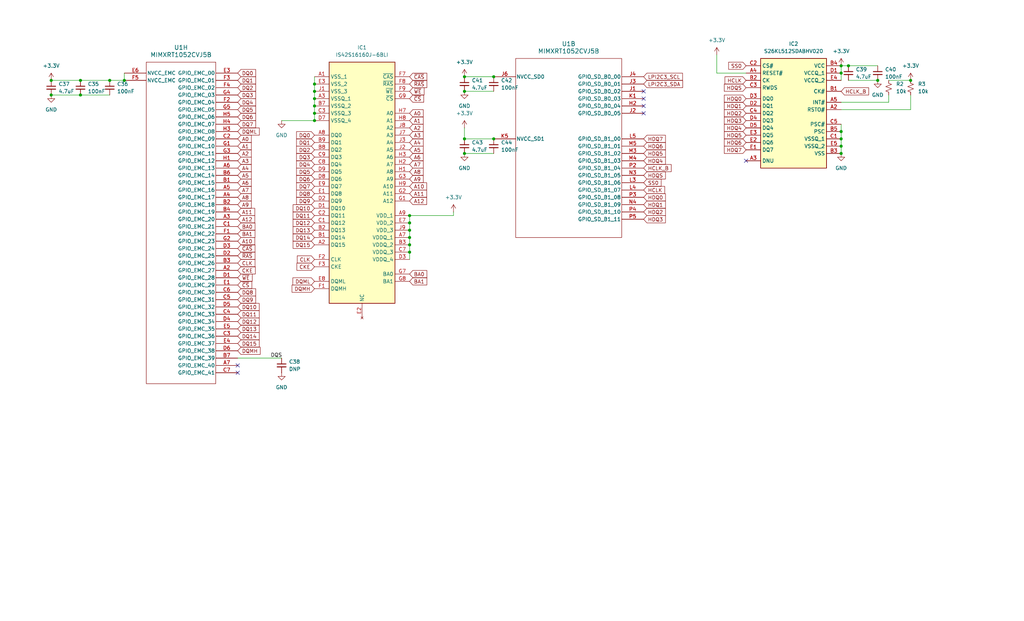
<source format=kicad_sch>
(kicad_sch (version 20250114) (generator "eeschema") (generator_version "9.0")
  (paper "USLegal")
  (title_block (title "Payload Board for Pleiades Atlas") (rev "v0.2") (company "Northeastern University") (comment 1 "Designed by Madhav Kapa"))
  (lib_symbols
    (symbol "Device:C_Small" (pin_numbers (hide yes)) (pin_names (offset 0.254) (hide yes))
      (property "Reference" "C" (at 0.254 1.778 0))
      (property "Value" "C_Small" (at 0.254 -2.032 0))
      (symbol "C_Small_0_1"
        (polyline (pts (xy -1.524 0.508) (xy 1.524 0.508)) (stroke (width 0.3048)))
        (polyline (pts (xy -1.524 -0.508) (xy 1.524 -0.508)) (stroke (width 0.3302)))
      )
      (symbol "C_Small_1_1"
        (pin passive line (at 0 2.54 270) (length 2.032) (name "~") (number "1"))
        (pin passive line (at 0 -2.54 90) (length 2.032) (name "~") (number "2"))
      )
    )
    (symbol "Device:R_Small_US" (pin_numbers (hide yes)) (pin_names (offset 0.254) (hide yes))
      (property "Reference" "R" (at 0.762 0.508 0))
      (property "Value" "R_Small_US" (at 0.762 -1.016 0))
      (symbol "R_Small_US_1_1"
        (polyline (pts (xy 0 1.524) (xy 1.016 1.143) (xy 0 0.762) (xy -1.016 0.381) (xy 0 0)))
        (polyline (pts (xy 0 0) (xy 1.016 -0.381) (xy 0 -0.762) (xy -1.016 -1.143) (xy 0 -1.524)))
        (pin passive line (at 0 2.54 270) (length 1.016) (name "~") (number "1"))
        (pin passive line (at 0 -2.54 90) (length 1.016) (name "~") (number "2"))
      )
    )
    (symbol "IS42S16160J-6BLI:IS42S16160J-6BLI"
      (property "Reference" "IC" (at 29.21 7.62 0))
      (property "Value" "IS42S16160J-6BLI" (at 29.21 5.08 0))
      (symbol "IS42S16160J-6BLI_1_1"
        (rectangle (start 5.08 2.54) (end 27.94 -81.28) (stroke (width 0.254)) (fill (type background)))
        (pin passive line (at 0 -2.54 0) (length 5.08) (name "VSS_1") (number "A1"))
        (pin passive line (at 0 -5.08 0) (length 5.08) (name "VSS_2") (number "E3"))
        (pin passive line (at 0 -7.62 0) (length 5.08) (name "VSS_3") (number "J1"))
        (pin passive line (at 0 -10.16 0) (length 5.08) (name "VSSQ_1") (number "A3"))
        (pin passive line (at 0 -12.7 0) (length 5.08) (name "VSSQ_2") (number "B7"))
        (pin passive line (at 0 -15.24 0) (length 5.08) (name "VSSQ_3") (number "C3"))
        (pin passive line (at 0 -17.78 0) (length 5.08) (name "VSSQ_4") (number "D7"))
        (pin passive line (at 0 -22.86 0) (length 5.08) (name "DQ0") (number "A8"))
        (pin passive line (at 0 -25.4 0) (length 5.08) (name "DQ1") (number "B9"))
        (pin passive line (at 0 -27.94 0) (length 5.08) (name "DQ2") (number "B8"))
        (pin passive line (at 0 -30.48 0) (length 5.08) (name "DQ3") (number "C9"))
        (pin passive line (at 0 -33.02 0) (length 5.08) (name "DQ4") (number "C8"))
        (pin passive line (at 0 -35.56 0) (length 5.08) (name "DQ5") (number "D9"))
        (pin passive line (at 0 -38.1 0) (length 5.08) (name "DQ6") (number "D8"))
        (pin passive line (at 0 -40.64 0) (length 5.08) (name "DQ7") (number "E9"))
        (pin passive line (at 0 -43.18 0) (length 5.08) (name "DQ8") (number "E1"))
        (pin passive line (at 0 -45.72 0) (length 5.08) (name "DQ9") (number "D2"))
        (pin passive line (at 0 -48.26 0) (length 5.08) (name "DQ10") (number "D1"))
        (pin passive line (at 0 -50.8 0) (length 5.08) (name "DQ11") (number "C2"))
        (pin passive line (at 0 -53.34 0) (length 5.08) (name "DQ12") (number "C1"))
        (pin passive line (at 0 -55.88 0) (length 5.08) (name "DQ13") (number "B2"))
        (pin passive line (at 0 -58.42 0) (length 5.08) (name "DQ14") (number "B1"))
        (pin passive line (at 0 -60.96 0) (length 5.08) (name "DQ15") (number "A2"))
        (pin passive line (at 0 -66.04 0) (length 5.08) (name "CLK") (number "F2"))
        (pin passive line (at 0 -68.58 0) (length 5.08) (name "CKE") (number "F3"))
        (pin passive line (at 0 -73.66 0) (length 5.08) (name "DQML") (number "E8"))
        (pin passive line (at 0 -76.2 0) (length 5.08) (name "DQMH") (number "F1"))
        (pin no_connect line (at 16.51 -86.36 90) (length 5.08) (name "NC") (number "E2"))
        (pin passive line (at 33.02 -2.54 180) (length 5.08) (name "~{CAS}") (number "F7"))
        (pin passive line (at 33.02 -5.08 180) (length 5.08) (name "~{RAS}") (number "F8"))
        (pin passive line (at 33.02 -7.62 180) (length 5.08) (name "~{WE}") (number "F9"))
        (pin passive line (at 33.02 -10.16 180) (length 5.08) (name "~{CS}") (number "G9"))
        (pin passive line (at 33.02 -15.24 180) (length 5.08) (name "A0") (number "H7"))
        (pin passive line (at 33.02 -17.78 180) (length 5.08) (name "A1") (number "H8"))
        (pin passive line (at 33.02 -20.32 180) (length 5.08) (name "A2") (number "J8"))
        (pin passive line (at 33.02 -22.86 180) (length 5.08) (name "A3") (number "J7"))
        (pin passive line (at 33.02 -25.4 180) (length 5.08) (name "A4") (number "J3"))
        (pin passive line (at 33.02 -27.94 180) (length 5.08) (name "A5") (number "J2"))
        (pin passive line (at 33.02 -30.48 180) (length 5.08) (name "A6") (number "H3"))
        (pin passive line (at 33.02 -33.02 180) (length 5.08) (name "A7") (number "H2"))
        (pin passive line (at 33.02 -35.56 180) (length 5.08) (name "A8") (number "H1"))
        (pin passive line (at 33.02 -38.1 180) (length 5.08) (name "A9") (number "G3"))
        (pin passive line (at 33.02 -40.64 180) (length 5.08) (name "A10") (number "H9"))
        (pin passive line (at 33.02 -43.18 180) (length 5.08) (name "A11") (number "G2"))
        (pin passive line (at 33.02 -45.72 180) (length 5.08) (name "A12") (number "G1"))
        (pin passive line (at 33.02 -50.8 180) (length 5.08) (name "VDD_1") (number "A9"))
        (pin passive line (at 33.02 -53.34 180) (length 5.08) (name "VDD_2") (number "E7"))
        (pin passive line (at 33.02 -55.88 180) (length 5.08) (name "VDD_3") (number "J9"))
        (pin passive line (at 33.02 -58.42 180) (length 5.08) (name "VDDQ_1") (number "A7"))
        (pin passive line (at 33.02 -60.96 180) (length 5.08) (name "VDDQ_2") (number "B3"))
        (pin passive line (at 33.02 -63.5 180) (length 5.08) (name "VDDQ_3") (number "C7"))
        (pin passive line (at 33.02 -66.04 180) (length 5.08) (name "VDDQ_4") (number "D3"))
        (pin passive line (at 33.02 -71.12 180) (length 5.08) (name "BA0") (number "G7"))
        (pin passive line (at 33.02 -73.66 180) (length 5.08) (name "BA1") (number "G8"))
      )
    )
    (symbol "MIMXRT1052CVJ5B:MIMXRT1052CVJ5B" (pin_names (offset 0.254))
      (property "Reference" "U" (at 38.1 10.16 0))
      (property "Value" "MIMXRT1052CVJ5B" (at 38.1 7.62 0))
      (symbol "MIMXRT1052CVJ5B_1_1"
        (rectangle (start 0 0) (end 21.59 -91.44))
        (pin bidirectional line (at 29.21 -5.08 180) (length 7.62) (name "GPIO_B0_00") (number "D7"))
        (pin bidirectional line (at 29.21 -7.62 180) (length 7.62) (name "GPIO_B0_01") (number "E7"))
        (pin bidirectional line (at 29.21 -10.16 180) (length 7.62) (name "GPIO_B0_02") (number "E8"))
        (pin bidirectional line (at 29.21 -12.7 180) (length 7.62) (name "GPIO_B0_03") (number "D8"))
        (pin bidirectional line (at 29.21 -15.24 180) (length 7.62) (name "GPIO_B0_04") (number "C8"))
        (pin bidirectional line (at 29.21 -17.78 180) (length 7.62) (name "GPIO_B0_05") (number "B8"))
        (pin bidirectional line (at 29.21 -20.32 180) (length 7.62) (name "GPIO_B0_06") (number "A8"))
        (pin bidirectional line (at 29.21 -22.86 180) (length 7.62) (name "GPIO_B0_07") (number "A9"))
        (pin bidirectional line (at 29.21 -25.4 180) (length 7.62) (name "GPIO_B0_08") (number "B9"))
        (pin bidirectional line (at 29.21 -27.94 180) (length 7.62) (name "GPIO_B0_09") (number "C9"))
        (pin bidirectional line (at 29.21 -30.48 180) (length 7.62) (name "GPIO_B0_10") (number "D9"))
        (pin bidirectional line (at 29.21 -33.02 180) (length 7.62) (name "GPIO_B0_11") (number "A10"))
        (pin bidirectional line (at 29.21 -35.56 180) (length 7.62) (name "GPIO_B0_12") (number "C10"))
        (pin bidirectional line (at 29.21 -38.1 180) (length 7.62) (name "GPIO_B0_13") (number "D10"))
        (pin bidirectional line (at 29.21 -40.64 180) (length 7.62) (name "GPIO_B0_14") (number "E10"))
        (pin bidirectional line (at 29.21 -43.18 180) (length 7.62) (name "GPIO_B0_15") (number "E11"))
        (pin bidirectional line (at 29.21 -49.53 180) (length 7.62) (name "GPIO_B1_00") (number "A11"))
        (pin bidirectional line (at 29.21 -52.07 180) (length 7.62) (name "GPIO_B1_01") (number "B11"))
        (pin bidirectional line (at 29.21 -54.61 180) (length 7.62) (name "GPIO_B1_02") (number "C11"))
        (pin bidirectional line (at 29.21 -57.15 180) (length 7.62) (name "GPIO_B1_03") (number "D11"))
        (pin bidirectional line (at 29.21 -59.69 180) (length 7.62) (name "GPIO_B1_04") (number "E12"))
        (pin bidirectional line (at 29.21 -62.23 180) (length 7.62) (name "GPIO_B1_05") (number "D12"))
        (pin bidirectional line (at 29.21 -64.77 180) (length 7.62) (name "GPIO_B1_06") (number "C12"))
        (pin bidirectional line (at 29.21 -67.31 180) (length 7.62) (name "GPIO_B1_07") (number "B12"))
        (pin bidirectional line (at 29.21 -69.85 180) (length 7.62) (name "GPIO_B1_08") (number "A12"))
        (pin bidirectional line (at 29.21 -72.39 180) (length 7.62) (name "GPIO_B1_09") (number "A13"))
        (pin bidirectional line (at 29.21 -74.93 180) (length 7.62) (name "GPIO_B1_10") (number "B13"))
        (pin bidirectional line (at 29.21 -77.47 180) (length 7.62) (name "GPIO_B1_11") (number "C13"))
        (pin bidirectional line (at 29.21 -80.01 180) (length 7.62) (name "GPIO_B1_12") (number "D13"))
        (pin bidirectional line (at 29.21 -82.55 180) (length 7.62) (name "GPIO_B1_13") (number "D14"))
        (pin bidirectional line (at 29.21 -85.09 180) (length 7.62) (name "GPIO_B1_14") (number "C14"))
        (pin bidirectional line (at 29.21 -87.63 180) (length 7.62) (name "GPIO_B1_15") (number "B14"))
      )
      (symbol "MIMXRT1052CVJ5B_2_1"
        (rectangle (start 0 -62.23) (end 36.83 0))
        (pin power_in line (at -7.62 -6.35 0) (length 7.62) (name "NVCC_SD0") (number "J6"))
        (pin power_in line (at -7.62 -27.94 0) (length 7.62) (name "NVCC_SD1") (number "K5"))
        (pin bidirectional line (at 44.45 -6.35 180) (length 7.62) (name "GPIO_SD_B0_00") (number "J4"))
        (pin bidirectional line (at 44.45 -8.89 180) (length 7.62) (name "GPIO_SD_B0_01") (number "J3"))
        (pin bidirectional line (at 44.45 -11.43 180) (length 7.62) (name "GPIO_SD_B0_02") (number "J1"))
        (pin bidirectional line (at 44.45 -13.97 180) (length 7.62) (name "GPIO_SD_B0_03") (number "K1"))
        (pin bidirectional line (at 44.45 -16.51 180) (length 7.62) (name "GPIO_SD_B0_04") (number "H2"))
        (pin bidirectional line (at 44.45 -19.05 180) (length 7.62) (name "GPIO_SD_B0_05") (number "J2"))
        (pin bidirectional line (at 44.45 -27.94 180) (length 7.62) (name "GPIO_SD_B1_00") (number "L5"))
        (pin bidirectional line (at 44.45 -30.48 180) (length 7.62) (name "GPIO_SD_B1_01") (number "M5"))
        (pin bidirectional line (at 44.45 -33.02 180) (length 7.62) (name "GPIO_SD_B1_02") (number "M3"))
        (pin bidirectional line (at 44.45 -35.56 180) (length 7.62) (name "GPIO_SD_B1_03") (number "M4"))
        (pin bidirectional line (at 44.45 -38.1 180) (length 7.62) (name "GPIO_SD_B1_04") (number "P2"))
        (pin bidirectional line (at 44.45 -40.64 180) (length 7.62) (name "GPIO_SD_B1_05") (number "N3"))
        (pin bidirectional line (at 44.45 -43.18 180) (length 7.62) (name "GPIO_SD_B1_06") (number "L3"))
        (pin bidirectional line (at 44.45 -45.72 180) (length 7.62) (name "GPIO_SD_B1_07") (number "L4"))
        (pin bidirectional line (at 44.45 -48.26 180) (length 7.62) (name "GPIO_SD_B1_08") (number "P3"))
        (pin bidirectional line (at 44.45 -50.8 180) (length 7.62) (name "GPIO_SD_B1_09") (number "N4"))
        (pin bidirectional line (at 44.45 -53.34 180) (length 7.62) (name "GPIO_SD_B1_10") (number "P4"))
        (pin bidirectional line (at 44.45 -55.88 180) (length 7.62) (name "GPIO_SD_B1_11") (number "P5"))
      )
      (symbol "MIMXRT1052CVJ5B_3_1"
        (rectangle (start 0 -50.8) (end 25.4 0))
        (pin power_in line (at -7.62 -2.54 0) (length 7.62) (name "NGND_KEL0") (number "K9"))
        (pin power_in line (at 33.02 -2.54 180) (length 7.62) (name "VSS") (number "B5"))
        (pin power_in line (at 33.02 -5.08 180) (length 7.62) (name "VSS") (number "L9"))
        (pin power_in line (at 33.02 -7.62 180) (length 7.62) (name "VSS") (number "G7"))
        (pin power_in line (at 33.02 -10.16 180) (length 7.62) (name "VSS") (number "G8"))
        (pin power_in line (at 33.02 -12.7 180) (length 7.62) (name "VSS") (number "E13"))
        (pin power_in line (at 33.02 -15.24 180) (length 7.62) (name "VSS") (number "H7"))
        (pin power_in line (at 33.02 -17.78 180) (length 7.62) (name "VSS") (number "H8"))
        (pin power_in line (at 33.02 -20.32 180) (length 7.62) (name "VSS") (number "J7"))
        (pin power_in line (at 33.02 -22.86 180) (length 7.62) (name "VSS") (number "J8"))
        (pin power_in line (at 33.02 -25.4 180) (length 7.62) (name "VSS") (number "E2"))
        (pin power_in line (at 33.02 -27.94 180) (length 7.62) (name "VSS") (number "K2"))
        (pin power_in line (at 33.02 -30.48 180) (length 7.62) (name "VSS") (number "N5"))
        (pin power_in line (at 33.02 -33.02 180) (length 7.62) (name "VSS") (number "N8"))
        (pin power_in line (at 33.02 -35.56 180) (length 7.62) (name "VSS") (number "K13"))
        (pin power_in line (at 33.02 -38.1 180) (length 7.62) (name "VSS") (number "P1"))
        (pin power_in line (at 33.02 -40.64 180) (length 7.62) (name "VSS") (number "A14"))
        (pin power_in line (at 33.02 -43.18 180) (length 7.62) (name "VSS") (number "B10"))
        (pin power_in line (at 33.02 -45.72 180) (length 7.62) (name "VSS") (number "P14"))
        (pin power_in line (at 33.02 -48.26 180) (length 7.62) (name "VSS") (number "A1"))
      )
      (symbol "MIMXRT1052CVJ5B_4_1"
        (rectangle (start 0 0) (end 25.4 -44.45))
        (pin bidirectional line (at -7.62 -5.08 0) (length 7.62) (name "ONOFF") (number "M6"))
        (pin input line (at -7.62 -7.62 0) (length 7.62) (name "POR_B") (number "M7"))
        (pin bidirectional line (at -7.62 -12.7 0) (length 7.62) (name "TEST_MODE") (number "K6"))
        (pin bidirectional line (at -7.62 -17.78 0) (length 7.62) (name "PMIC_ON_REQ") (number "K7"))
        (pin bidirectional line (at -7.62 -20.32 0) (length 7.62) (name "PMIC_STBY_REQ") (number "L7"))
        (pin input line (at -7.62 -25.4 0) (length 7.62) (name "RTC_XTALI") (number "N9"))
        (pin output line (at -7.62 -27.94 0) (length 7.62) (name "RTC_XTALO") (number "P9"))
        (pin bidirectional line (at -7.62 -34.29 0) (length 7.62) (name "GPANAIO") (number "N10"))
        (pin power_in line (at -7.62 -38.1 0) (length 7.62) (name "DCDC_GND") (number "N1"))
        (pin power_in line (at -7.62 -40.64 0) (length 7.62) (name "DCDC_GND") (number "N2"))
        (pin bidirectional line (at 33.02 -5.08 180) (length 7.62) (name "CCM_CLK1_N") (number "P13"))
        (pin bidirectional line (at 33.02 -7.62 180) (length 7.62) (name "CCM_CLK1_P") (number "N13"))
        (pin input line (at 33.02 -12.7 180) (length 7.62) (name "XTALI") (number "P11"))
        (pin output line (at 33.02 -15.24 180) (length 7.62) (name "XTALO") (number "N11"))
        (pin unspecified line (at 33.02 -19.05 180) (length 7.62) (name "DCDC_LP") (number "M2"))
        (pin unspecified line (at 33.02 -21.59 180) (length 7.62) (name "DCDC_LP") (number "M1"))
        (pin input line (at 33.02 -24.13 180) (length 7.62) (name "DCDC_IN") (number "L2"))
        (pin input line (at 33.02 -26.67 180) (length 7.62) (name "DCDC_IN") (number "L1"))
        (pin input line (at 33.02 -29.21 180) (length 7.62) (name "DCDC_IN_Q") (number "K4"))
        (pin unspecified line (at 33.02 -33.02 180) (length 7.62) (name "DCDC_SENSE") (number "J5"))
        (pin unspecified line (at 33.02 -35.56 180) (length 7.62) (name "DCDC_PSWITCH") (number "K3"))
        (pin bidirectional line (at 33.02 -40.64 180) (length 7.62) (name "WAKEUP") (number "L6"))
      )
      (symbol "MIMXRT1052CVJ5B_5_1"
        (rectangle (start 0 0) (end 31.75 -57.785))
        (pin power_in line (at -7.62 -3.81 0) (length 7.62) (name "VDD_HIGH_CAP") (number "P8"))
        (pin power_in line (at -7.62 -15.24 0) (length 7.62) (name "VDDA_ADC_3P3") (number "N14"))
        (pin power_in line (at -7.62 -26.67 0) (length 7.62) (name "VDD_SNVS_CAP") (number "M10"))
        (pin power_in line (at -7.62 -36.83 0) (length 7.62) (name "VDD_HIGH_IN") (number "P12"))
        (pin power_in line (at -7.62 -45.72 0) (length 7.62) (name "VDD_SNVS_IN") (number "M9"))
        (pin power_in line (at -7.62 -54.61 0) (length 7.62) (name "NVCC_PLL") (number "P10"))
        (pin power_in line (at 39.37 -6.35 180) (length 7.62) (name "VDD_SOC_IN") (number "J9"))
        (pin power_in line (at 39.37 -8.89 180) (length 7.62) (name "VDD_SOC_IN") (number "H9"))
        (pin power_in line (at 39.37 -11.43 180) (length 7.62) (name "VDD_SOC_IN") (number "H6"))
        (pin power_in line (at 39.37 -13.97 180) (length 7.62) (name "VDD_SOC_IN") (number "G9"))
        (pin power_in line (at 39.37 -16.51 180) (length 7.62) (name "VDD_SOC_IN") (number "G6"))
        (pin power_in line (at 39.37 -19.05 180) (length 7.62) (name "VDD_SOC_IN") (number "F9"))
        (pin power_in line (at 39.37 -21.59 180) (length 7.62) (name "VDD_SOC_IN") (number "F8"))
        (pin power_in line (at 39.37 -24.13 180) (length 7.62) (name "VDD_SOC_IN") (number "F7"))
        (pin power_in line (at 39.37 -26.67 180) (length 7.62) (name "VDD_SOC_IN") (number "F6"))
      )
      (symbol "MIMXRT1052CVJ5B_6_1"
        (rectangle (start 0 -34.29) (end 20.32 0))
        (pin bidirectional line (at 27.94 -3.81 180) (length 7.62) (name "USB_OTG1_DN") (number "M8"))
        (pin bidirectional line (at 27.94 -6.35 180) (length 7.62) (name "USB_OTG1_DP") (number "L8"))
        (pin bidirectional line (at 27.94 -10.16 180) (length 7.62) (name "USB_OTG1_CHD_B") (number "N12"))
        (pin bidirectional line (at 27.94 -12.7 180) (length 7.62) (name "USB_OTG1_VBUS") (number "N6"))
        (pin bidirectional line (at 27.94 -17.78 180) (length 7.62) (name "USB_OTG2_DN") (number "N7"))
        (pin bidirectional line (at 27.94 -20.32 180) (length 7.62) (name "USB_OTG2_DP") (number "P7"))
        (pin bidirectional line (at 27.94 -24.13 180) (length 7.62) (name "USB_OTG2_VBUS") (number "P6"))
        (pin power_in line (at 27.94 -30.48 180) (length 7.62) (name "VDD_USB_CAP") (number "K8"))
      )
      (symbol "MIMXRT1052CVJ5B_7_1"
        (rectangle (start 0 0) (end 38.1 -92.71))
        (pin bidirectional line (at -7.62 -3.81 0) (length 7.62) (name "GPIO_AD_B0_00") (number "M14"))
        (pin bidirectional line (at -7.62 -6.35 0) (length 7.62) (name "GPIO_AD_B0_01") (number "H10"))
        (pin bidirectional line (at -7.62 -8.89 0) (length 7.62) (name "GPIO_AD_B0_02") (number "M11"))
        (pin bidirectional line (at -7.62 -11.43 0) (length 7.62) (name "GPIO_AD_B0_03") (number "G11"))
        (pin bidirectional line (at -7.62 -13.97 0) (length 7.62) (name "GPIO_AD_B0_04") (number "F11"))
        (pin bidirectional line (at -7.62 -16.51 0) (length 7.62) (name "GPIO_AD_B0_05") (number "G14"))
        (pin bidirectional line (at -7.62 -19.05 0) (length 7.62) (name "GPIO_AD_B0_06") (number "E14"))
        (pin bidirectional line (at -7.62 -21.59 0) (length 7.62) (name "GPIO_AD_B0_07") (number "F12"))
        (pin bidirectional line (at -7.62 -24.13 0) (length 7.62) (name "GPIO_AD_B0_08") (number "F13"))
        (pin bidirectional line (at -7.62 -26.67 0) (length 7.62) (name "GPIO_AD_B0_09") (number "F14"))
        (pin bidirectional line (at -7.62 -29.21 0) (length 7.62) (name "GPIO_AD_B0_10") (number "G13"))
        (pin bidirectional line (at -7.62 -31.75 0) (length 7.62) (name "GPIO_AD_B0_11") (number "G10"))
        (pin bidirectional line (at -7.62 -34.29 0) (length 7.62) (name "GPIO_AD_B0_12") (number "K14"))
        (pin bidirectional line (at -7.62 -36.83 0) (length 7.62) (name "GPIO_AD_B0_13") (number "L14"))
        (pin bidirectional line (at -7.62 -39.37 0) (length 7.62) (name "GPIO_AD_B0_14") (number "H14"))
        (pin bidirectional line (at -7.62 -41.91 0) (length 7.62) (name "GPIO_AD_B0_15") (number "L10"))
        (pin bidirectional line (at -7.62 -50.8 0) (length 7.62) (name "GPIO_AD_B1_00") (number "J11"))
        (pin bidirectional line (at -7.62 -53.34 0) (length 7.62) (name "GPIO_AD_B1_01") (number "K11"))
        (pin bidirectional line (at -7.62 -55.88 0) (length 7.62) (name "GPIO_AD_B1_02") (number "L11"))
        (pin bidirectional line (at -7.62 -58.42 0) (length 7.62) (name "GPIO_AD_B1_03") (number "M12"))
        (pin bidirectional line (at -7.62 -60.96 0) (length 7.62) (name "GPIO_AD_B1_04") (number "L12"))
        (pin bidirectional line (at -7.62 -63.5 0) (length 7.62) (name "GPIO_AD_B1_05") (number "K12"))
        (pin bidirectional line (at -7.62 -66.04 0) (length 7.62) (name "GPIO_AD_B1_06") (number "J12"))
        (pin bidirectional line (at -7.62 -68.58 0) (length 7.62) (name "GPIO_AD_B1_07") (number "K10"))
        (pin bidirectional line (at -7.62 -71.12 0) (length 7.62) (name "GPIO_AD_B1_08") (number "H13"))
        (pin bidirectional line (at -7.62 -73.66 0) (length 7.62) (name "GPIO_AD_B1_09") (number "M13"))
        (pin bidirectional line (at -7.62 -76.2 0) (length 7.62) (name "GPIO_AD_B1_10") (number "L13"))
        (pin bidirectional line (at -7.62 -78.74 0) (length 7.62) (name "GPIO_AD_B1_11") (number "J13"))
        (pin bidirectional line (at -7.62 -81.28 0) (length 7.62) (name "GPIO_AD_B1_12") (number "H12"))
        (pin bidirectional line (at -7.62 -83.82 0) (length 7.62) (name "GPIO_AD_B1_13") (number "H11"))
        (pin bidirectional line (at -7.62 -86.36 0) (length 7.62) (name "GPIO_AD_B1_14") (number "G12"))
        (pin bidirectional line (at -7.62 -88.9 0) (length 7.62) (name "GPIO_AD_B1_15") (number "J14"))
        (pin power_in line (at 45.72 -3.81 180) (length 7.62) (name "NVCC_GPIO") (number "J10"))
        (pin power_in line (at 45.72 -6.35 180) (length 7.62) (name "NVCC_GPIO") (number "F10"))
        (pin power_in line (at 45.72 -8.89 180) (length 7.62) (name "NVCC_GPIO") (number "E9"))
      )
      (symbol "MIMXRT1052CVJ5B_8_1"
        (rectangle (start 0 0) (end 24.13 -111.76))
        (pin power_in line (at -7.62 -3.81 0) (length 7.62) (name "NVCC_EMC") (number "E6"))
        (pin power_in line (at -7.62 -6.35 0) (length 7.62) (name "NVCC_EMC") (number "F5"))
        (pin bidirectional line (at 31.75 -3.81 180) (length 7.62) (name "GPIO_EMC_00") (number "E3"))
        (pin bidirectional line (at 31.75 -6.35 180) (length 7.62) (name "GPIO_EMC_01") (number "F3"))
        (pin bidirectional line (at 31.75 -8.89 180) (length 7.62) (name "GPIO_EMC_02") (number "F4"))
        (pin bidirectional line (at 31.75 -11.43 180) (length 7.62) (name "GPIO_EMC_03") (number "G4"))
        (pin bidirectional line (at 31.75 -13.97 180) (length 7.62) (name "GPIO_EMC_04") (number "F2"))
        (pin bidirectional line (at 31.75 -16.51 180) (length 7.62) (name "GPIO_EMC_05") (number "G5"))
        (pin bidirectional line (at 31.75 -19.05 180) (length 7.62) (name "GPIO_EMC_06") (number "H5"))
        (pin bidirectional line (at 31.75 -21.59 180) (length 7.62) (name "GPIO_EMC_07") (number "H4"))
        (pin bidirectional line (at 31.75 -24.13 180) (length 7.62) (name "GPIO_EMC_08") (number "H3"))
        (pin bidirectional line (at 31.75 -26.67 180) (length 7.62) (name "GPIO_EMC_09") (number "C2"))
        (pin bidirectional line (at 31.75 -29.21 180) (length 7.62) (name "GPIO_EMC_10") (number "G1"))
        (pin bidirectional line (at 31.75 -31.75 180) (length 7.62) (name "GPIO_EMC_11") (number "G3"))
        (pin bidirectional line (at 31.75 -34.29 180) (length 7.62) (name "GPIO_EMC_12") (number "H1"))
        (pin bidirectional line (at 31.75 -36.83 180) (length 7.62) (name "GPIO_EMC_13") (number "A6"))
        (pin bidirectional line (at 31.75 -39.37 180) (length 7.62) (name "GPIO_EMC_14") (number "B6"))
        (pin bidirectional line (at 31.75 -41.91 180) (length 7.62) (name "GPIO_EMC_15") (number "B1"))
        (pin bidirectional line (at 31.75 -44.45 180) (length 7.62) (name "GPIO_EMC_16") (number "A5"))
        (pin bidirectional line (at 31.75 -46.99 180) (length 7.62) (name "GPIO_EMC_17") (number "A4"))
        (pin bidirectional line (at 31.75 -49.53 180) (length 7.62) (name "GPIO_EMC_18") (number "B2"))
        (pin bidirectional line (at 31.75 -52.07 180) (length 7.62) (name "GPIO_EMC_19") (number "B4"))
        (pin bidirectional line (at 31.75 -54.61 180) (length 7.62) (name "GPIO_EMC_20") (number "A3"))
        (pin bidirectional line (at 31.75 -57.15 180) (length 7.62) (name "GPIO_EMC_21") (number "C1"))
        (pin bidirectional line (at 31.75 -59.69 180) (length 7.62) (name "GPIO_EMC_22") (number "F1"))
        (pin bidirectional line (at 31.75 -62.23 180) (length 7.62) (name "GPIO_EMC_23") (number "G2"))
        (pin bidirectional line (at 31.75 -64.77 180) (length 7.62) (name "GPIO_EMC_24") (number "D3"))
        (pin bidirectional line (at 31.75 -67.31 180) (length 7.62) (name "GPIO_EMC_25") (number "D2"))
        (pin bidirectional line (at 31.75 -69.85 180) (length 7.62) (name "GPIO_EMC_26") (number "B3"))
        (pin bidirectional line (at 31.75 -72.39 180) (length 7.62) (name "GPIO_EMC_27") (number "A2"))
        (pin bidirectional line (at 31.75 -74.93 180) (length 7.62) (name "GPIO_EMC_28") (number "D1"))
        (pin bidirectional line (at 31.75 -77.47 180) (length 7.62) (name "GPIO_EMC_29") (number "E1"))
        (pin bidirectional line (at 31.75 -80.01 180) (length 7.62) (name "GPIO_EMC_30") (number "C6"))
        (pin bidirectional line (at 31.75 -82.55 180) (length 7.62) (name "GPIO_EMC_31") (number "C5"))
        (pin bidirectional line (at 31.75 -85.09 180) (length 7.62) (name "GPIO_EMC_32") (number "D5"))
        (pin bidirectional line (at 31.75 -87.63 180) (length 7.62) (name "GPIO_EMC_33") (number "C4"))
        (pin bidirectional line (at 31.75 -90.17 180) (length 7.62) (name "GPIO_EMC_34") (number "D4"))
        (pin bidirectional line (at 31.75 -92.71 180) (length 7.62) (name "GPIO_EMC_35") (number "E5"))
        (pin bidirectional line (at 31.75 -95.25 180) (length 7.62) (name "GPIO_EMC_36") (number "C3"))
        (pin bidirectional line (at 31.75 -97.79 180) (length 7.62) (name "GPIO_EMC_37") (number "E4"))
        (pin bidirectional line (at 31.75 -100.33 180) (length 7.62) (name "GPIO_EMC_38") (number "D6"))
        (pin bidirectional line (at 31.75 -102.87 180) (length 7.62) (name "GPIO_EMC_39") (number "B7"))
        (pin bidirectional line (at 31.75 -105.41 180) (length 7.62) (name "GPIO_EMC_40") (number "A7"))
        (pin bidirectional line (at 31.75 -107.95 180) (length 7.62) (name "GPIO_EMC_41") (number "C7"))
      )
    )
    (symbol "S26KS512SDPBHV020:S26KS512SDPBHV020"
      (property "Reference" "IC" (at 29.21 7.62 0))
      (property "Value" "S26KS512SDPBHV020" (at 29.21 5.08 0))
      (symbol "S26KS512SDPBHV020_1_1"
        (rectangle (start 5.08 2.54) (end 27.94 -35.56) (stroke (width 0.254)) (fill (type background)))
        (pin passive line (at 0 0 0) (length 5.08) (name "CS#") (number "C2"))
        (pin passive line (at 0 -2.54 0) (length 5.08) (name "RESET#") (number "A4"))
        (pin passive line (at 0 -5.08 0) (length 5.08) (name "CK") (number "B2"))
        (pin passive line (at 0 -7.62 0) (length 5.08) (name "RWDS") (number "C3"))
        (pin passive line (at 0 -11.43 0) (length 5.08) (name "DQ0") (number "D3"))
        (pin passive line (at 0 -13.97 0) (length 5.08) (name "DQ1") (number "D2"))
        (pin passive line (at 0 -16.51 0) (length 5.08) (name "DQ2") (number "C4"))
        (pin passive line (at 0 -19.05 0) (length 5.08) (name "DQ3") (number "D4"))
        (pin passive line (at 0 -21.59 0) (length 5.08) (name "DQ4") (number "D5"))
        (pin passive line (at 0 -24.13 0) (length 5.08) (name "DQ5") (number "E3"))
        (pin passive line (at 0 -26.67 0) (length 5.08) (name "DQ6") (number "E2"))
        (pin passive line (at 0 -29.21 0) (length 5.08) (name "DQ7") (number "E1"))
        (pin passive line (at 0 -33.02 0) (length 5.08) (name "DNU") (number "A3"))
        (pin passive line (at 33.02 0 180) (length 5.08) (name "VCC") (number "B4"))
        (pin passive line (at 33.02 -2.54 180) (length 5.08) (name "VCCQ_1") (number "D1"))
        (pin passive line (at 33.02 -5.08 180) (length 5.08) (name "VCCQ_2") (number "E4"))
        (pin passive line (at 33.02 -8.89 180) (length 5.08) (name "CK#") (number "B1"))
        (pin passive line (at 33.02 -12.7 180) (length 5.08) (name "INT#") (number "A5"))
        (pin passive line (at 33.02 -15.24 180) (length 5.08) (name "RSTO#") (number "A2"))
        (pin passive line (at 33.02 -20.32 180) (length 5.08) (name "PSC#") (number "C5"))
        (pin passive line (at 33.02 -22.86 180) (length 5.08) (name "PSC") (number "B5"))
        (pin passive line (at 33.02 -25.4 180) (length 5.08) (name "VSSQ_1") (number "C1"))
        (pin passive line (at 33.02 -27.94 180) (length 5.08) (name "VSSQ_2") (number "E5"))
        (pin passive line (at 33.02 -30.48 180) (length 5.08) (name "VSS") (number "B3"))
      )
    )
    (symbol "power:+3.3V" (power) (pin_numbers (hide yes)) (pin_names (offset 0) (hide yes))
      (property "Value" "+3.3V" (at 0 3.556 0))
      (symbol "+3.3V_0_1"
        (polyline (pts (xy -0.762 1.27) (xy 0 2.54)))
        (polyline (pts (xy 0 2.54) (xy 0.762 1.27)))
        (polyline (pts (xy 0 0) (xy 0 2.54)))
      )
      (symbol "+3.3V_1_1"
        (pin power_in line (at 0 0 90) (length 0) (name "~") (number "1"))
      )
    )
    (symbol "power:GND" (power) (pin_numbers (hide yes)) (pin_names (offset 0) (hide yes))
      (property "Value" "GND" (at 0 -3.81 0))
      (symbol "GND_0_1"
        (polyline (pts (xy 0 0) (xy 0 -1.27) (xy 1.27 -1.27) (xy 0 -2.54) (xy -1.27 -1.27) (xy 0 -1.27)))
      )
      (symbol "GND_1_1"
        (pin power_in line (at 0 0 270) (length 0) (name "~") (number "1"))
      )
    )
  )
  (junction (at 109.22 39.37))
  (junction (at 161.29 53.34))
  (junction (at 43.18 27.94))
  (junction (at 161.29 48.26))
  (junction (at 171.45 48.26))
  (junction (at 142.24 74.93))
  (junction (at 38.1 27.94))
  (junction (at 292.1 50.8))
  (junction (at 109.22 31.75))
  (junction (at 292.1 48.26))
  (junction (at 161.29 31.75))
  (junction (at 294.64 22.86))
  (junction (at 316.23 27.94))
  (junction (at 292.1 22.86))
  (junction (at 142.24 85.09))
  (junction (at 17.78 33.02))
  (junction (at 292.1 53.34))
  (junction (at 109.22 34.29))
  (junction (at 304.8 27.94))
  (junction (at 17.78 27.94))
  (junction (at 142.24 87.63))
  (junction (at 109.22 29.21))
  (junction (at 27.94 33.02))
  (junction (at 292.1 45.72))
  (junction (at 292.1 25.4))
  (junction (at 109.22 36.83))
  (junction (at 142.24 80.01))
  (junction (at 161.29 26.67))
  (junction (at 142.24 77.47))
  (junction (at 142.24 82.55))
  (junction (at 27.94 27.94))
  (junction (at 171.45 26.67))
  (junction (at 109.22 41.91))
  (no_connect (at 223.52 31.75))
  (no_connect (at 223.52 36.83))
  (no_connect (at 82.55 129.54))
  (no_connect (at 259.08 55.88))
  (no_connect (at 223.52 39.37))
  (no_connect (at 82.55 127))
  (no_connect (at 223.52 34.29))
  (wire (pts (xy 109.22 36.83) (xy 109.22 39.37)))
  (wire (pts (xy 308.61 27.94) (xy 316.23 27.94)))
  (wire (pts (xy 82.55 124.46) (xy 97.79 124.46)))
  (wire (pts (xy 161.29 31.75) (xy 171.45 31.75)))
  (wire (pts (xy 109.22 39.37) (xy 109.22 41.91)))
  (wire (pts (xy 161.29 44.45) (xy 161.29 48.26)))
  (wire (pts (xy 109.22 34.29) (xy 109.22 36.83)))
  (wire (pts (xy 142.24 77.47) (xy 142.24 80.01)))
  (wire (pts (xy 292.1 38.1) (xy 316.23 38.1)))
  (wire (pts (xy 294.64 22.86) (xy 304.8 22.86)))
  (wire (pts (xy 17.78 33.02) (xy 27.94 33.02)))
  (wire (pts (xy 142.24 85.09) (xy 142.24 87.63)))
  (wire (pts (xy 161.29 48.26) (xy 171.45 48.26)))
  (wire (pts (xy 27.94 33.02) (xy 38.1 33.02)))
  (wire (pts (xy 157.48 74.93) (xy 157.48 73.66)))
  (wire (pts (xy 142.24 80.01) (xy 142.24 82.55)))
  (wire (pts (xy 294.64 27.94) (xy 304.8 27.94)))
  (wire (pts (xy 248.92 19.05) (xy 248.92 25.4)))
  (wire (pts (xy 292.1 45.72) (xy 292.1 48.26)))
  (wire (pts (xy 17.78 27.94) (xy 27.94 27.94)))
  (wire (pts (xy 142.24 74.93) (xy 157.48 74.93)))
  (wire (pts (xy 27.94 27.94) (xy 38.1 27.94)))
  (wire (pts (xy 142.24 82.55) (xy 142.24 85.09)))
  (wire (pts (xy 292.1 25.4) (xy 292.1 27.94)))
  (wire (pts (xy 292.1 50.8) (xy 292.1 53.34)))
  (wire (pts (xy 142.24 87.63) (xy 142.24 90.17)))
  (wire (pts (xy 43.18 25.4) (xy 43.18 27.94)))
  (wire (pts (xy 142.24 74.93) (xy 142.24 77.47)))
  (wire (pts (xy 109.22 29.21) (xy 109.22 31.75)))
  (wire (pts (xy 161.29 53.34) (xy 171.45 53.34)))
  (wire (pts (xy 38.1 27.94) (xy 43.18 27.94)))
  (wire (pts (xy 308.61 33.02) (xy 308.61 35.56)))
  (wire (pts (xy 292.1 22.86) (xy 292.1 25.4)))
  (wire (pts (xy 292.1 22.86) (xy 294.64 22.86)))
  (wire (pts (xy 292.1 48.26) (xy 292.1 50.8)))
  (wire (pts (xy 292.1 43.18) (xy 292.1 45.72)))
  (wire (pts (xy 316.23 33.02) (xy 316.23 38.1)))
  (wire (pts (xy 248.92 25.4) (xy 259.08 25.4)))
  (wire (pts (xy 97.79 41.91) (xy 109.22 41.91)))
  (wire (pts (xy 292.1 35.56) (xy 308.61 35.56)))
  (wire (pts (xy 109.22 26.67) (xy 109.22 29.21)))
  (wire (pts (xy 109.22 31.75) (xy 109.22 34.29)))
  (wire (pts (xy 161.29 26.67) (xy 171.45 26.67)))
  (label "DQS" (at 93.98 124.46 0))
  (global_label "~{WE}" (shape input) (at 142.24 31.75 0) (property "Intersheetrefs" "${INTERSHEET_REFS}" (effects (hide yes))))
  (global_label "A4" (shape input) (at 82.55 58.42 0) (property "Intersheetrefs" "${INTERSHEET_REFS}" (effects (hide yes))))
  (global_label "DQ10" (shape input) (at 82.55 106.68 0) (property "Intersheetrefs" "${INTERSHEET_REFS}" (effects (hide yes))))
  (global_label "~{CAS}" (shape input) (at 82.55 86.36 0) (property "Intersheetrefs" "${INTERSHEET_REFS}" (effects (hide yes))))
  (global_label "A1" (shape input) (at 142.24 41.91 0) (property "Intersheetrefs" "${INTERSHEET_REFS}" (effects (hide yes))))
  (global_label "DQ7" (shape input) (at 109.22 64.77 180) (property "Intersheetrefs" "${INTERSHEET_REFS}" (effects (hide yes))))
  (global_label "SS0" (shape input) (at 259.08 22.86 180) (property "Intersheetrefs" "${INTERSHEET_REFS}" (effects (hide yes))))
  (global_label "BA0" (shape input) (at 142.24 95.25 0) (property "Intersheetrefs" "${INTERSHEET_REFS}" (effects (hide yes))))
  (global_label "CLK" (shape input) (at 109.22 90.17 180) (property "Intersheetrefs" "${INTERSHEET_REFS}" (effects (hide yes))))
  (global_label "HDQ2" (shape input) (at 223.52 73.66 0) (property "Intersheetrefs" "${INTERSHEET_REFS}" (effects (hide yes))))
  (global_label "CLK" (shape input) (at 82.55 91.44 0) (property "Intersheetrefs" "${INTERSHEET_REFS}" (effects (hide yes))))
  (global_label "HDQ0" (shape input) (at 223.52 68.58 0) (property "Intersheetrefs" "${INTERSHEET_REFS}" (effects (hide yes))))
  (global_label "HDQ3" (shape input) (at 223.52 76.2 0) (property "Intersheetrefs" "${INTERSHEET_REFS}" (effects (hide yes))))
  (global_label "HCLK_B" (shape input) (at 223.52 58.42 0) (property "Intersheetrefs" "${INTERSHEET_REFS}" (effects (hide yes))))
  (global_label "~{RAS}" (shape input) (at 82.55 88.9 0) (property "Intersheetrefs" "${INTERSHEET_REFS}" (effects (hide yes))))
  (global_label "~{CS}" (shape input) (at 142.24 34.29 0) (property "Intersheetrefs" "${INTERSHEET_REFS}" (effects (hide yes))))
  (global_label "HCLK" (shape input) (at 223.52 66.04 0) (property "Intersheetrefs" "${INTERSHEET_REFS}" (effects (hide yes))))
  (global_label "DQ6" (shape input) (at 82.55 40.64 0) (property "Intersheetrefs" "${INTERSHEET_REFS}" (effects (hide yes))))
  (global_label "DQ8" (shape input) (at 109.22 67.31 180) (property "Intersheetrefs" "${INTERSHEET_REFS}" (effects (hide yes))))
  (global_label "BA1" (shape input) (at 82.55 81.28 0) (property "Intersheetrefs" "${INTERSHEET_REFS}" (effects (hide yes))))
  (global_label "DQ10" (shape input) (at 109.22 72.39 180) (property "Intersheetrefs" "${INTERSHEET_REFS}" (effects (hide yes))))
  (global_label "~{CS}" (shape input) (at 82.55 99.06 0) (property "Intersheetrefs" "${INTERSHEET_REFS}" (effects (hide yes))))
  (global_label "DQ0" (shape input) (at 109.22 46.99 180) (property "Intersheetrefs" "${INTERSHEET_REFS}" (effects (hide yes))))
  (global_label "LPI2C3_SCL" (shape input) (at 223.52 26.67 0) (property "Intersheetrefs" "${INTERSHEET_REFS}" (effects (hide yes))))
  (global_label "A11" (shape input) (at 142.24 67.31 0) (property "Intersheetrefs" "${INTERSHEET_REFS}" (effects (hide yes))))
  (global_label "A3" (shape input) (at 82.55 55.88 0) (property "Intersheetrefs" "${INTERSHEET_REFS}" (effects (hide yes))))
  (global_label "A2" (shape input) (at 82.55 53.34 0) (property "Intersheetrefs" "${INTERSHEET_REFS}" (effects (hide yes))))
  (global_label "DQ9" (shape input) (at 82.55 104.14 0) (property "Intersheetrefs" "${INTERSHEET_REFS}" (effects (hide yes))))
  (global_label "DQ3" (shape input) (at 109.22 54.61 180) (property "Intersheetrefs" "${INTERSHEET_REFS}" (effects (hide yes))))
  (global_label "HCLK_B" (shape input) (at 292.1 31.75 0) (property "Intersheetrefs" "${INTERSHEET_REFS}" (effects (hide yes))))
  (global_label "DQML" (shape input) (at 82.55 45.72 0) (property "Intersheetrefs" "${INTERSHEET_REFS}" (effects (hide yes))))
  (global_label "HDQS" (shape input) (at 223.52 60.96 0) (property "Intersheetrefs" "${INTERSHEET_REFS}" (effects (hide yes))))
  (global_label "A12" (shape input) (at 142.24 69.85 0) (property "Intersheetrefs" "${INTERSHEET_REFS}" (effects (hide yes))))
  (global_label "DQ9" (shape input) (at 109.22 69.85 180) (property "Intersheetrefs" "${INTERSHEET_REFS}" (effects (hide yes))))
  (global_label "DQ2" (shape input) (at 82.55 30.48 0) (property "Intersheetrefs" "${INTERSHEET_REFS}" (effects (hide yes))))
  (global_label "DQ15" (shape input) (at 82.55 119.38 0) (property "Intersheetrefs" "${INTERSHEET_REFS}" (effects (hide yes))))
  (global_label "DQ4" (shape input) (at 82.55 35.56 0) (property "Intersheetrefs" "${INTERSHEET_REFS}" (effects (hide yes))))
  (global_label "DQ15" (shape input) (at 109.22 85.09 180) (property "Intersheetrefs" "${INTERSHEET_REFS}" (effects (hide yes))))
  (global_label "A3" (shape input) (at 142.24 46.99 0) (property "Intersheetrefs" "${INTERSHEET_REFS}" (effects (hide yes))))
  (global_label "DQ4" (shape input) (at 109.22 57.15 180) (property "Intersheetrefs" "${INTERSHEET_REFS}" (effects (hide yes))))
  (global_label "HDQS" (shape input) (at 259.08 30.48 180) (property "Intersheetrefs" "${INTERSHEET_REFS}" (effects (hide yes))))
  (global_label "DQ14" (shape input) (at 109.22 82.55 180) (property "Intersheetrefs" "${INTERSHEET_REFS}" (effects (hide yes))))
  (global_label "A0" (shape input) (at 142.24 39.37 0) (property "Intersheetrefs" "${INTERSHEET_REFS}" (effects (hide yes))))
  (global_label "DQ12" (shape input) (at 109.22 77.47 180) (property "Intersheetrefs" "${INTERSHEET_REFS}" (effects (hide yes))))
  (global_label "DQ11" (shape input) (at 109.22 74.93 180) (property "Intersheetrefs" "${INTERSHEET_REFS}" (effects (hide yes))))
  (global_label "~{RAS}" (shape input) (at 142.24 29.21 0) (property "Intersheetrefs" "${INTERSHEET_REFS}" (effects (hide yes))))
  (global_label "DQ13" (shape input) (at 109.22 80.01 180) (property "Intersheetrefs" "${INTERSHEET_REFS}" (effects (hide yes))))
  (global_label "HDQ2" (shape input) (at 259.08 39.37 180) (property "Intersheetrefs" "${INTERSHEET_REFS}" (effects (hide yes))))
  (global_label "A9" (shape input) (at 82.55 71.12 0) (property "Intersheetrefs" "${INTERSHEET_REFS}" (effects (hide yes))))
  (global_label "BA1" (shape input) (at 142.24 97.79 0) (property "Intersheetrefs" "${INTERSHEET_REFS}" (effects (hide yes))))
  (global_label "A10" (shape input) (at 82.55 83.82 0) (property "Intersheetrefs" "${INTERSHEET_REFS}" (effects (hide yes))))
  (global_label "HDQ3" (shape input) (at 259.08 41.91 180) (property "Intersheetrefs" "${INTERSHEET_REFS}" (effects (hide yes))))
  (global_label "HDQ6" (shape input) (at 259.08 49.53 180) (property "Intersheetrefs" "${INTERSHEET_REFS}" (effects (hide yes))))
  (global_label "DQ1" (shape input) (at 109.22 49.53 180) (property "Intersheetrefs" "${INTERSHEET_REFS}" (effects (hide yes))))
  (global_label "DQ8" (shape input) (at 82.55 101.6 0) (property "Intersheetrefs" "${INTERSHEET_REFS}" (effects (hide yes))))
  (global_label "DQ13" (shape input) (at 82.55 114.3 0) (property "Intersheetrefs" "${INTERSHEET_REFS}" (effects (hide yes))))
  (global_label "A8" (shape input) (at 82.55 68.58 0) (property "Intersheetrefs" "${INTERSHEET_REFS}" (effects (hide yes))))
  (global_label "HDQ5" (shape input) (at 259.08 46.99 180) (property "Intersheetrefs" "${INTERSHEET_REFS}" (effects (hide yes))))
  (global_label "CKE" (shape input) (at 82.55 93.98 0) (property "Intersheetrefs" "${INTERSHEET_REFS}" (effects (hide yes))))
  (global_label "A4" (shape input) (at 142.24 49.53 0) (property "Intersheetrefs" "${INTERSHEET_REFS}" (effects (hide yes))))
  (global_label "A1" (shape input) (at 82.55 50.8 0) (property "Intersheetrefs" "${INTERSHEET_REFS}" (effects (hide yes))))
  (global_label "BA0" (shape input) (at 82.55 78.74 0) (property "Intersheetrefs" "${INTERSHEET_REFS}" (effects (hide yes))))
  (global_label "HDQ7" (shape input) (at 259.08 52.07 180) (property "Intersheetrefs" "${INTERSHEET_REFS}" (effects (hide yes))))
  (global_label "CKE" (shape input) (at 109.22 92.71 180) (property "Intersheetrefs" "${INTERSHEET_REFS}" (effects (hide yes))))
  (global_label "DQ2" (shape input) (at 109.22 52.07 180) (property "Intersheetrefs" "${INTERSHEET_REFS}" (effects (hide yes))))
  (global_label "SS0" (shape input) (at 223.52 63.5 0) (property "Intersheetrefs" "${INTERSHEET_REFS}" (effects (hide yes))))
  (global_label "HDQ6" (shape input) (at 223.52 50.8 0) (property "Intersheetrefs" "${INTERSHEET_REFS}" (effects (hide yes))))
  (global_label "DQ14" (shape input) (at 82.55 116.84 0) (property "Intersheetrefs" "${INTERSHEET_REFS}" (effects (hide yes))))
  (global_label "HDQ4" (shape input) (at 223.52 55.88 0) (property "Intersheetrefs" "${INTERSHEET_REFS}" (effects (hide yes))))
  (global_label "DQ7" (shape input) (at 82.55 43.18 0) (property "Intersheetrefs" "${INTERSHEET_REFS}" (effects (hide yes))))
  (global_label "A9" (shape input) (at 142.24 62.23 0) (property "Intersheetrefs" "${INTERSHEET_REFS}" (effects (hide yes))))
  (global_label "DQ1" (shape input) (at 82.55 27.94 0) (property "Intersheetrefs" "${INTERSHEET_REFS}" (effects (hide yes))))
  (global_label "DQ6" (shape input) (at 109.22 62.23 180) (property "Intersheetrefs" "${INTERSHEET_REFS}" (effects (hide yes))))
  (global_label "HDQ5" (shape input) (at 223.52 53.34 0) (property "Intersheetrefs" "${INTERSHEET_REFS}" (effects (hide yes))))
  (global_label "DQMH" (shape input) (at 82.55 121.92 0) (property "Intersheetrefs" "${INTERSHEET_REFS}" (effects (hide yes))))
  (global_label "DQ3" (shape input) (at 82.55 33.02 0) (property "Intersheetrefs" "${INTERSHEET_REFS}" (effects (hide yes))))
  (global_label "~{WE}" (shape input) (at 82.55 96.52 0) (property "Intersheetrefs" "${INTERSHEET_REFS}" (effects (hide yes))))
  (global_label "A0" (shape input) (at 82.55 48.26 0) (property "Intersheetrefs" "${INTERSHEET_REFS}" (effects (hide yes))))
  (global_label "HDQ7" (shape input) (at 223.52 48.26 0) (property "Intersheetrefs" "${INTERSHEET_REFS}" (effects (hide yes))))
  (global_label "A8" (shape input) (at 142.24 59.69 0) (property "Intersheetrefs" "${INTERSHEET_REFS}" (effects (hide yes))))
  (global_label "DQ11" (shape input) (at 82.55 109.22 0) (property "Intersheetrefs" "${INTERSHEET_REFS}" (effects (hide yes))))
  (global_label "DQMH" (shape input) (at 109.22 100.33 180) (property "Intersheetrefs" "${INTERSHEET_REFS}" (effects (hide yes))))
  (global_label "A12" (shape input) (at 82.55 76.2 0) (property "Intersheetrefs" "${INTERSHEET_REFS}" (effects (hide yes))))
  (global_label "HDQ0" (shape input) (at 259.08 34.29 180) (property "Intersheetrefs" "${INTERSHEET_REFS}" (effects (hide yes))))
  (global_label "DQ0" (shape input) (at 82.55 25.4 0) (property "Intersheetrefs" "${INTERSHEET_REFS}" (effects (hide yes))))
  (global_label "DQ5" (shape input) (at 82.55 38.1 0) (property "Intersheetrefs" "${INTERSHEET_REFS}" (effects (hide yes))))
  (global_label "A11" (shape input) (at 82.55 73.66 0) (property "Intersheetrefs" "${INTERSHEET_REFS}" (effects (hide yes))))
  (global_label "A2" (shape input) (at 142.24 44.45 0) (property "Intersheetrefs" "${INTERSHEET_REFS}" (effects (hide yes))))
  (global_label "A6" (shape input) (at 82.55 63.5 0) (property "Intersheetrefs" "${INTERSHEET_REFS}" (effects (hide yes))))
  (global_label "DQML" (shape input) (at 109.22 97.79 180) (property "Intersheetrefs" "${INTERSHEET_REFS}" (effects (hide yes))))
  (global_label "A7" (shape input) (at 82.55 66.04 0) (property "Intersheetrefs" "${INTERSHEET_REFS}" (effects (hide yes))))
  (global_label "HDQ1" (shape input) (at 223.52 71.12 0) (property "Intersheetrefs" "${INTERSHEET_REFS}" (effects (hide yes))))
  (global_label "HDQ4" (shape input) (at 259.08 44.45 180) (property "Intersheetrefs" "${INTERSHEET_REFS}" (effects (hide yes))))
  (global_label "HCLK" (shape input) (at 259.08 27.94 180) (property "Intersheetrefs" "${INTERSHEET_REFS}" (effects (hide yes))))
  (global_label "A5" (shape input) (at 82.55 60.96 0) (property "Intersheetrefs" "${INTERSHEET_REFS}" (effects (hide yes))))
  (global_label "LPI2C3_SDA" (shape input) (at 223.52 29.21 0) (property "Intersheetrefs" "${INTERSHEET_REFS}" (effects (hide yes))))
  (global_label "A5" (shape input) (at 142.24 52.07 0) (property "Intersheetrefs" "${INTERSHEET_REFS}" (effects (hide yes))))
  (global_label "DQ12" (shape input) (at 82.55 111.76 0) (property "Intersheetrefs" "${INTERSHEET_REFS}" (effects (hide yes))))
  (global_label "DQ5" (shape input) (at 109.22 59.69 180) (property "Intersheetrefs" "${INTERSHEET_REFS}" (effects (hide yes))))
  (global_label "~{CAS}" (shape input) (at 142.24 26.67 0) (property "Intersheetrefs" "${INTERSHEET_REFS}" (effects (hide yes))))
  (global_label "A10" (shape input) (at 142.24 64.77 0) (property "Intersheetrefs" "${INTERSHEET_REFS}" (effects (hide yes))))
  (global_label "HDQ1" (shape input) (at 259.08 36.83 180) (property "Intersheetrefs" "${INTERSHEET_REFS}" (effects (hide yes))))
  (global_label "A6" (shape input) (at 142.24 54.61 0) (property "Intersheetrefs" "${INTERSHEET_REFS}" (effects (hide yes))))
  (global_label "A7" (shape input) (at 142.24 57.15 0) (property "Intersheetrefs" "${INTERSHEET_REFS}" (effects (hide yes))))
  (symbol (lib_id "power:+3.3V") (at 292.1 22.86 0) (unit 1)
    (property "Reference" "#PWR025" (effects (hide yes)))
    (property "Value" "+3.3V" (at 292.1 17.78 0))
    (property "Description" "Power symbol creates a global label with name \"+3.3V\"" (effects (hide yes)))
  )
  (symbol (lib_id "Device:C_Small") (at 161.29 50.8 0) (unit 1)
    (property "Reference" "C43" (at 163.83 49.5362 0) (effects (justify left)))
    (property "Value" "4.7uF" (at 163.83 52.0762 0) (effects (justify left)))
    (property "Footprint" "Capacitor_SMD:C_0201_0603Metric" (effects (hide yes)))
    (property "Description" "Unpolarized capacitor, small symbol" (effects (hide yes)))
  )
  (symbol (lib_id "Device:C_Small") (at 171.45 50.8 0) (unit 1)
    (property "Reference" "C44" (at 173.99 49.5362 0) (effects (justify left)))
    (property "Value" "100nF" (at 173.99 52.0762 0) (effects (justify left)))
    (property "Footprint" "Capacitor_SMD:C_0201_0603Metric" (effects (hide yes)))
    (property "Description" "Unpolarized capacitor, small symbol" (effects (hide yes)))
  )
  (symbol (lib_id "Device:C_Small") (at 294.64 25.4 0) (unit 1)
    (property "Reference" "C39" (at 297.18 24.1362 0) (effects (justify left)))
    (property "Value" "4.7uF" (at 297.18 26.6762 0) (effects (justify left)))
    (property "Footprint" "Capacitor_SMD:C_0201_0603Metric" (effects (hide yes)))
    (property "Description" "Unpolarized capacitor, small symbol" (effects (hide yes)))
  )
  (symbol (lib_id "power:+3.3V") (at 17.78 27.94 0) (unit 1)
    (property "Reference" "#PWR020" (effects (hide yes)))
    (property "Value" "+3.3V" (at 17.78 22.86 0))
    (property "Description" "Power symbol creates a global label with name \"+3.3V\"" (effects (hide yes)))
  )
  (symbol (lib_id "power:+3.3V") (at 161.29 44.45 0) (unit 1)
    (property "Reference" "#PWR029" (effects (hide yes)))
    (property "Value" "+3.3V" (at 161.29 39.37 0))
    (property "Description" "Power symbol creates a global label with name \"+3.3V\"" (effects (hide yes)))
  )
  (symbol (lib_id "power:GND") (at 97.79 129.54 0) (unit 1)
    (property "Reference" "#PWR022" (effects (hide yes)))
    (property "Value" "GND" (at 97.79 134.62 0))
    (property "Description" "Power symbol creates a global label with name \"GND\" , ground" (effects (hide yes)))
  )
  (symbol (lib_id "Device:C_Small") (at 304.8 25.4 0) (unit 1)
    (property "Reference" "C40" (at 307.34 24.1362 0) (effects (justify left)))
    (property "Value" "100nF" (at 307.34 26.6762 0) (effects (justify left)))
    (property "Footprint" "Capacitor_SMD:C_0201_0603Metric" (effects (hide yes)))
    (property "Description" "Unpolarized capacitor, small symbol" (effects (hide yes)))
  )
  (symbol (lib_id "Device:R_Small_US") (at 308.61 30.48 0) (unit 1)
    (property "Reference" "R2" (at 311.15 29.2099 0) (effects (justify left)))
    (property "Value" "10k" (at 311.15 31.7499 0) (effects (justify left)))
    (property "Footprint" "Resistor_SMD:R_0402_1005Metric" (effects (hide yes)))
    (property "Description" "Resistor, small US symbol" (effects (hide yes)))
  )
  (symbol (lib_id "power:GND") (at 161.29 53.34 0) (unit 1)
    (property "Reference" "#PWR030" (effects (hide yes)))
    (property "Value" "GND" (at 161.29 58.42 0))
    (property "Description" "Power symbol creates a global label with name \"GND\" , ground" (effects (hide yes)))
  )
  (symbol (lib_id "power:GND") (at 304.8 27.94 0) (unit 1)
    (property "Reference" "#PWR091" (effects (hide yes)))
    (property "Value" "GND" (at 304.8 33.02 0))
    (property "Description" "Power symbol creates a global label with name \"GND\" , ground" (effects (hide yes)))
  )
  (symbol (lib_id "power:GND") (at 97.79 41.91 0) (unit 1)
    (property "Reference" "#PWR024" (effects (hide yes)))
    (property "Value" "GND" (at 97.79 46.99 0))
    (property "Description" "Power symbol creates a global label with name \"GND\" , ground" (effects (hide yes)))
  )
  (symbol (lib_id "Device:R_Small_US") (at 316.23 30.48 0) (unit 1)
    (property "Reference" "R3" (at 318.77 29.2099 0) (effects (justify left)))
    (property "Value" "10k" (at 318.77 31.7499 0) (effects (justify left)))
    (property "Footprint" "Resistor_SMD:R_0402_1005Metric" (effects (hide yes)))
    (property "Description" "Resistor, small US symbol" (effects (hide yes)))
  )
  (symbol (lib_id "power:+3.3V") (at 248.92 19.05 0) (unit 1)
    (property "Reference" "#PWR031" (effects (hide yes)))
    (property "Value" "+3.3V" (at 248.92 13.97 0))
    (property "Description" "Power symbol creates a global label with name \"+3.3V\"" (effects (hide yes)))
  )
  (symbol (lib_id "S26KS512SDPBHV020:S26KS512SDPBHV020") (at 259.08 22.86 0) (unit 1)
    (property "Reference" "IC2" (at 275.59 15.24 0))
    (property "Value" "S26KL512SDABHV020" (at 275.59 17.78 0))
    (property "Footprint" "BGA24C100P5X5_600X800X100" (effects (hide yes)))
    (property "Datasheet" "https://www.cypress.com/file/213346/download" (effects (hide yes)))
    (property "Description" "NOR Flash Nor" (effects (hide yes)))
    (property "Height" "1" (effects (hide yes)))
    (property "Mouser Part Number" "727-26KS512SDPBHV020" (effects (hide yes)))
    (property "Mouser Price/Stock" "https://www.mouser.co.uk/ProductDetail/Cypress-Semiconductor/S26KS512SDPBHV020?qs=%2FPVulymFwT3WtGyT6Yq4%2FA%3D%3D" (effects (hide yes)))
    (property "Manufacturer_Name" "Infineon" (effects (hide yes)))
    (property "Manufacturer_Part_Number" "S26KS512SDPBHV020" (effects (hide yes)))
  )
  (symbol (lib_id "Device:C_Small") (at 97.79 127 0) (unit 1)
    (property "Reference" "C38" (at 100.33 125.7362 0) (effects (justify left)))
    (property "Value" "DNP" (at 100.33 128.2762 0) (effects (justify left)))
    (property "Footprint" "Capacitor_SMD:C_0201_0603Metric" (effects (hide yes)))
    (property "Description" "Unpolarized capacitor, small symbol" (effects (hide yes)))
  )
  (symbol (lib_id "Device:C_Small") (at 38.1 30.48 0) (unit 1)
    (property "Reference" "C36" (at 40.64 29.2162 0) (effects (justify left)))
    (property "Value" "100nF" (at 40.64 31.7562 0) (effects (justify left)))
    (property "Footprint" "Capacitor_SMD:C_0201_0603Metric" (effects (hide yes)))
    (property "Description" "Unpolarized capacitor, small symbol" (effects (hide yes)))
  )
  (symbol (lib_id "Device:C_Small") (at 161.29 29.21 0) (unit 1)
    (property "Reference" "C41" (at 163.83 27.9462 0) (effects (justify left)))
    (property "Value" "4.7uF" (at 163.83 30.4862 0) (effects (justify left)))
    (property "Footprint" "Capacitor_SMD:C_0201_0603Metric" (effects (hide yes)))
    (property "Description" "Unpolarized capacitor, small symbol" (effects (hide yes)))
  )
  (symbol (lib_id "MIMXRT1052CVJ5B:MIMXRT1052CVJ5B") (at 179.07 20.32 0) (unit 2)
    (property "Reference" "U1" (at 197.485 15.24 0) (effects (font (size 1.524 1.524))))
    (property "Value" "MIMXRT1052CVJ5B" (at 197.485 17.78 0) (effects (font (size 1.524 1.524))))
    (property "Footprint" "MAPBGA196_12X12" (effects (hide yes)))
    (property "Datasheet" "MIMXRT1052CVJ5B" (effects (hide yes)))
  )
  (symbol (lib_id "power:GND") (at 292.1 53.34 0) (unit 1)
    (property "Reference" "#PWR090" (effects (hide yes)))
    (property "Value" "GND" (at 292.1 58.42 0))
    (property "Description" "Power symbol creates a global label with name \"GND\" , ground" (effects (hide yes)))
  )
  (symbol (lib_id "Device:C_Small") (at 27.94 30.48 0) (unit 1)
    (property "Reference" "C35" (at 30.48 29.2162 0) (effects (justify left)))
    (property "Value" "100nF" (at 30.48 31.7562 0) (effects (justify left)))
    (property "Footprint" "Capacitor_SMD:C_0201_0603Metric" (effects (hide yes)))
    (property "Description" "Unpolarized capacitor, small symbol" (effects (hide yes)))
  )
  (symbol (lib_id "Device:C_Small") (at 171.45 29.21 0) (unit 1)
    (property "Reference" "C42" (at 173.99 27.9462 0) (effects (justify left)))
    (property "Value" "100nF" (at 173.99 30.4862 0) (effects (justify left)))
    (property "Footprint" "Capacitor_SMD:C_0201_0603Metric" (effects (hide yes)))
    (property "Description" "Unpolarized capacitor, small symbol" (effects (hide yes)))
  )
  (symbol (lib_id "power:+3.3V") (at 161.29 26.67 0) (unit 1)
    (property "Reference" "#PWR027" (effects (hide yes)))
    (property "Value" "+3.3V" (at 161.29 21.59 0))
    (property "Description" "Power symbol creates a global label with name \"+3.3V\"" (effects (hide yes)))
  )
  (symbol (lib_id "power:GND") (at 17.78 33.02 0) (unit 1)
    (property "Reference" "#PWR021" (effects (hide yes)))
    (property "Value" "GND" (at 17.78 38.1 0))
    (property "Description" "Power symbol creates a global label with name \"GND\" , ground" (effects (hide yes)))
  )
  (symbol (lib_id "power:GND") (at 161.29 31.75 0) (unit 1)
    (property "Reference" "#PWR028" (effects (hide yes)))
    (property "Value" "GND" (at 161.29 36.83 0))
    (property "Description" "Power symbol creates a global label with name \"GND\" , ground" (effects (hide yes)))
  )
  (symbol (lib_id "MIMXRT1052CVJ5B:MIMXRT1052CVJ5B") (at 50.8 21.59 0) (unit 8)
    (property "Reference" "U1" (at 62.865 16.51 0) (effects (font (size 1.524 1.524))))
    (property "Value" "MIMXRT1052CVJ5B" (at 62.865 19.05 0) (effects (font (size 1.524 1.524))))
    (property "Footprint" "MAPBGA196_12X12" (effects (hide yes)))
    (property "Datasheet" "MIMXRT1052CVJ5B" (effects (hide yes)))
  )
  (symbol (lib_id "power:+3.3V") (at 316.23 27.94 0) (unit 1)
    (property "Reference" "#PWR026" (effects (hide yes)))
    (property "Value" "+3.3V" (at 316.23 22.86 0))
    (property "Description" "Power symbol creates a global label with name \"+3.3V\"" (effects (hide yes)))
  )
  (symbol (lib_id "power:+3.3V") (at 157.48 73.66 0) (unit 1)
    (property "Reference" "#PWR023" (effects (hide yes)))
    (property "Value" "+3.3V" (at 157.48 68.58 0))
    (property "Description" "Power symbol creates a global label with name \"+3.3V\"" (effects (hide yes)))
  )
  (symbol (lib_id "IS42S16160J-6BLI:IS42S16160J-6BLI") (at 109.22 24.13 0) (unit 1)
    (property "Reference" "IC1" (at 125.73 16.51 0))
    (property "Value" "IS42S16160J-6BLI" (at 125.73 19.05 0))
    (property "Footprint" "BGA54C80P9X9_800X800X120" (effects (hide yes)))
    (property "Datasheet" "http://www.issi.com/WW/pdf/42-45S83200J-16160J.pdf" (effects (hide yes)))
    (property "Description" "DRAM 256M, 3.3V, SDRAM, 16Mx16, 166Mhz, 54 ball BGA (8mmx8mm) RoHS, IT" (effects (hide yes)))
    (property "Height" "1.2" (effects (hide yes)))
    (property "Mouser Part Number" "870-42S16160J6BLI" (effects (hide yes)))
    (property "Mouser Price/Stock" "https://www.mouser.co.uk/ProductDetail/ISSI/IS42S16160J-6BLI?qs=bHq4TaS7gBeegvGnUO%252BBjw%3D%3D" (effects (hide yes)))
    (property "Manufacturer_Name" "Integrated Silicon Solution Inc." (effects (hide yes)))
    (property "Manufacturer_Part_Number" "IS42S16160J-6BLI" (effects (hide yes)))
  )
  (symbol (lib_id "Device:C_Small") (at 17.78 30.48 0) (unit 1)
    (property "Reference" "C37" (at 20.32 29.2162 0) (effects (justify left)))
    (property "Value" "4.7uF" (at 20.32 31.7562 0) (effects (justify left)))
    (property "Footprint" "Capacitor_SMD:C_0201_0603Metric" (effects (hide yes)))
    (property "Description" "Unpolarized capacitor, small symbol" (effects (hide yes)))
  )
)
</source>
